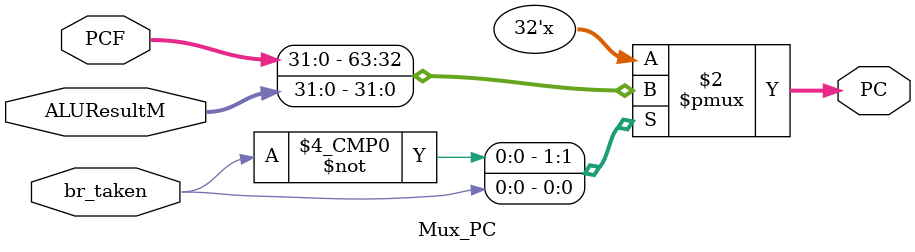
<source format=sv>
module Mux_PC (
    input logic         br_taken,              //signal from controller
    input logic  [31:0] PCF,ALUResultM,
    output logic [31:0] PC
);
 always_comb 
 begin 
    case (br_taken)
        1'b0 :   PC = PCF;
        1'b1 :   PC = ALUResultM; 
        default: PC = PCF;
    endcase
 end 
endmodule
</source>
